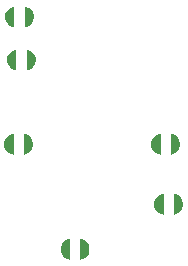
<source format=gbr>
G04 DipTrace 2.4.0.2*
%INBottomPaste.gbr*%
%MOIN*%
%FSLAX44Y44*%
G04*
G70*
G90*
G75*
G01*
%LNBotPaste*%
%LPD*%
G36*
X-10783Y-24590D2*
X-10842Y-24599D1*
X-10934Y-24640D1*
X-11010Y-24706D1*
X-11064Y-24791D1*
X-11092Y-24887D1*
Y-24988D1*
X-11064Y-25084D1*
X-11010Y-25169D1*
X-10934Y-25235D1*
X-10842Y-25276D1*
X-10783Y-25285D1*
Y-24590D1*
G37*
G36*
X-10443Y-25285D2*
X-10383Y-25276D1*
X-10292Y-25235D1*
X-10216Y-25169D1*
X-10162Y-25084D1*
X-10133Y-24988D1*
Y-24887D1*
X-10162Y-24791D1*
X-10216Y-24706D1*
X-10292Y-24640D1*
X-10383Y-24599D1*
X-10443Y-24590D1*
Y-25285D1*
G37*
G36*
X-8655Y-31597D2*
X-8595Y-31589D1*
X-8504Y-31547D1*
X-8428Y-31481D1*
X-8374Y-31397D1*
X-8345Y-31300D1*
Y-31200D1*
X-8374Y-31103D1*
X-8428Y-31019D1*
X-8504Y-30953D1*
X-8595Y-30911D1*
X-8655Y-30903D1*
Y-31597D1*
G37*
G36*
X-8995Y-30903D2*
X-9054Y-30911D1*
X-9146Y-30953D1*
X-9222Y-31019D1*
X-9276Y-31103D1*
X-9304Y-31200D1*
Y-31300D1*
X-9276Y-31397D1*
X-9222Y-31481D1*
X-9146Y-31547D1*
X-9054Y-31589D1*
X-8995Y-31597D1*
Y-30903D1*
G37*
G36*
X-5970Y-27403D2*
X-6030Y-27411D1*
X-6121Y-27453D1*
X-6197Y-27519D1*
X-6251Y-27603D1*
X-6280Y-27700D1*
Y-27800D1*
X-6251Y-27897D1*
X-6197Y-27981D1*
X-6121Y-28047D1*
X-6030Y-28089D1*
X-5970Y-28097D1*
Y-27403D1*
G37*
G36*
X-5630Y-28097D2*
X-5571Y-28089D1*
X-5479Y-28047D1*
X-5403Y-27981D1*
X-5349Y-27897D1*
X-5321Y-27800D1*
Y-27700D1*
X-5349Y-27603D1*
X-5403Y-27519D1*
X-5479Y-27453D1*
X-5571Y-27411D1*
X-5630Y-27403D1*
Y-28097D1*
G37*
G36*
X-10530D2*
X-10470Y-28089D1*
X-10379Y-28047D1*
X-10303Y-27981D1*
X-10249Y-27897D1*
X-10220Y-27800D1*
Y-27700D1*
X-10249Y-27603D1*
X-10303Y-27519D1*
X-10379Y-27453D1*
X-10470Y-27411D1*
X-10530Y-27403D1*
Y-28097D1*
G37*
G36*
X-10870Y-27403D2*
X-10929Y-27411D1*
X-11021Y-27453D1*
X-11097Y-27519D1*
X-11151Y-27603D1*
X-11179Y-27700D1*
Y-27800D1*
X-11151Y-27897D1*
X-11097Y-27981D1*
X-11021Y-28047D1*
X-10929Y-28089D1*
X-10870Y-28097D1*
Y-27403D1*
G37*
G36*
X-5530Y-30097D2*
X-5470Y-30089D1*
X-5379Y-30047D1*
X-5303Y-29981D1*
X-5249Y-29897D1*
X-5220Y-29800D1*
Y-29700D1*
X-5249Y-29603D1*
X-5303Y-29519D1*
X-5379Y-29453D1*
X-5470Y-29411D1*
X-5530Y-29403D1*
Y-30097D1*
G37*
G36*
X-5870Y-29403D2*
X-5929Y-29411D1*
X-6021Y-29453D1*
X-6097Y-29519D1*
X-6151Y-29603D1*
X-6179Y-29700D1*
Y-29800D1*
X-6151Y-29897D1*
X-6097Y-29981D1*
X-6021Y-30047D1*
X-5929Y-30089D1*
X-5870Y-30097D1*
Y-29403D1*
G37*
G36*
X-10845Y-23153D2*
X-10905Y-23161D1*
X-10996Y-23203D1*
X-11072Y-23269D1*
X-11126Y-23353D1*
X-11155Y-23450D1*
Y-23550D1*
X-11126Y-23647D1*
X-11072Y-23731D1*
X-10996Y-23797D1*
X-10905Y-23839D1*
X-10845Y-23847D1*
Y-23153D1*
G37*
G36*
X-10505Y-23847D2*
X-10446Y-23839D1*
X-10354Y-23797D1*
X-10278Y-23731D1*
X-10224Y-23647D1*
X-10196Y-23550D1*
Y-23450D1*
X-10224Y-23353D1*
X-10278Y-23269D1*
X-10354Y-23203D1*
X-10446Y-23161D1*
X-10505Y-23153D1*
Y-23847D1*
G37*
M02*

</source>
